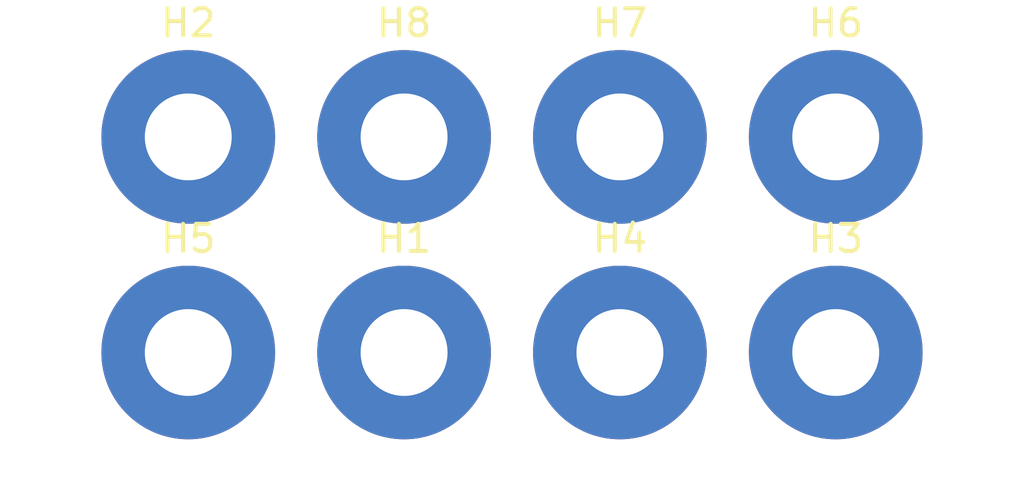
<source format=kicad_pcb>
(kicad_pcb (version 20211014) (generator pcbnew)
  (layers (0 "F.Cu" signal) (31 "B.Cu" signal) (34 "B.Paste" user) (35 "F.Paste" user) (36 "B.SilkS" user "B.Silkscreen") (37 "F.SilkS" user "F.Silkscreen") (38 "B.Mask" user) (39 "F.Mask" user) (44 "Edge.Cuts" user))
  (net 0 "")
  (footprint "MountingHole:MountingHole_3.2mm_M3_Pad_TopBottom" (layer "F.Cu") (at 73.99 63.17)
    (fp_text reference "H7" (at 0 -4.2) (layer "F.SilkS"))
    (fp_text value "MountingHole_Pad")
    (pad "1" connect circle (at 0 0) (size 6.4 6.4) (layers "F.Cu" "F.Mask"))
    (pad "1" thru_hole circle (at 0 0) (size 3.6 3.6) (drill 3.2) (layers *.Cu *.Mask))
    (pad "1" connect circle (at 0 0) (size 6.4 6.4) (layers "B.Cu" "B.Mask"))
  )
  (footprint "MountingHole:MountingHole_3.2mm_M3_Pad_TopBottom" (layer "F.Cu") (at 58.09 63.17)
    (fp_text reference "H2" (at 0 -4.2) (layer "F.SilkS"))
    (fp_text value "MountingHole_Pad")
    (pad "1" connect circle (at 0 0) (size 6.4 6.4) (layers "B.Cu" "B.Mask"))
    (pad "1" connect circle (at 0 0) (size 6.4 6.4) (layers "F.Cu" "F.Mask"))
    (pad "1" thru_hole circle (at 0 0) (size 3.6 3.6) (drill 3.2) (layers *.Cu *.Mask))
  )
  (footprint "MountingHole:MountingHole_3.2mm_M3_Pad_TopBottom" (layer "F.Cu") (at 58.09 71.12)
    (fp_text reference "H5" (at 0 -4.2) (layer "F.SilkS"))
    (fp_text value "MountingHole_Pad")
    (pad "1" connect circle (at 0 0) (size 6.4 6.4) (layers "F.Cu" "F.Mask"))
    (pad "1" connect circle (at 0 0) (size 6.4 6.4) (layers "B.Cu" "B.Mask"))
    (pad "1" thru_hole circle (at 0 0) (size 3.6 3.6) (drill 3.2) (layers *.Cu *.Mask))
  )
  (footprint "MountingHole:MountingHole_3.2mm_M3_Pad_TopBottom" (layer "F.Cu") (at 66.04 71.12)
    (fp_text reference "H1" (at 0 -4.2) (layer "F.SilkS"))
    (fp_text value "MountingHole_Pad")
    (pad "1" thru_hole circle (at 0 0) (size 3.6 3.6) (drill 3.2) (layers *.Cu *.Mask))
    (pad "1" connect circle (at 0 0) (size 6.4 6.4) (layers "F.Cu" "F.Mask"))
    (pad "1" connect circle (at 0 0) (size 6.4 6.4) (layers "B.Cu" "B.Mask"))
  )
  (footprint "MountingHole:MountingHole_3.2mm_M3_Pad_TopBottom" (layer "F.Cu") (at 73.99 71.12)
    (fp_text reference "H4" (at 0 -4.2) (layer "F.SilkS"))
    (fp_text value "MountingHole_Pad")
    (pad "1" connect circle (at 0 0) (size 6.4 6.4) (layers "F.Cu" "F.Mask"))
    (pad "1" connect circle (at 0 0) (size 6.4 6.4) (layers "B.Cu" "B.Mask"))
    (pad "1" thru_hole circle (at 0 0) (size 3.6 3.6) (drill 3.2) (layers *.Cu *.Mask))
  )
  (footprint "MountingHole:MountingHole_3.2mm_M3_Pad_TopBottom" (layer "F.Cu") (at 66.04 63.17)
    (fp_text reference "H8" (at 0 -4.2) (layer "F.SilkS"))
    (fp_text value "MountingHole_Pad")
    (pad "1" connect circle (at 0 0) (size 6.4 6.4) (layers "F.Cu" "F.Mask"))
    (pad "1" thru_hole circle (at 0 0) (size 3.6 3.6) (drill 3.2) (layers *.Cu *.Mask))
    (pad "1" connect circle (at 0 0) (size 6.4 6.4) (layers "B.Cu" "B.Mask"))
  )
  (footprint "MountingHole:MountingHole_3.2mm_M3_Pad_TopBottom" (layer "F.Cu") (at 81.94 71.12)
    (fp_text reference "H3" (at 0 -4.2) (layer "F.SilkS"))
    (fp_text value "MountingHole_Pad")
    (pad "1" thru_hole circle (at 0 0) (size 3.6 3.6) (drill 3.2) (layers *.Cu *.Mask))
    (pad "1" connect circle (at 0 0) (size 6.4 6.4) (layers "B.Cu" "B.Mask"))
    (pad "1" connect circle (at 0 0) (size 6.4 6.4) (layers "F.Cu" "F.Mask"))
  )
  (footprint "MountingHole:MountingHole_3.2mm_M3_Pad_TopBottom" (layer "F.Cu") (at 81.94 63.17)
    (fp_text reference "H6" (at 0 -4.2) (layer "F.SilkS"))
    (fp_text value "MountingHole_Pad")
    (pad "1" connect circle (at 0 0) (size 6.4 6.4) (layers "F.Cu" "F.Mask"))
    (pad "1" thru_hole circle (at 0 0) (size 3.6 3.6) (drill 3.2) (layers *.Cu *.Mask))
    (pad "1" connect circle (at 0 0) (size 6.4 6.4) (layers "B.Cu" "B.Mask"))
  )
)
</source>
